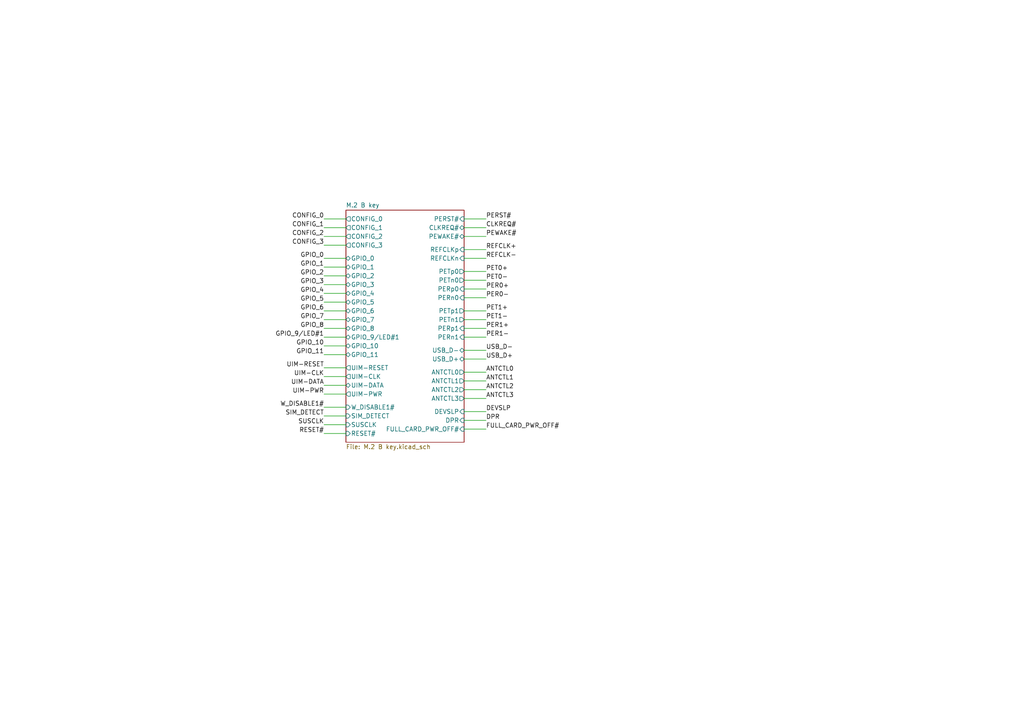
<source format=kicad_sch>
(kicad_sch
	(version 20250114)
	(generator "eeschema")
	(generator_version "9.0")
	(uuid "72e46cf5-fa8f-429b-b3f1-7c7e676a7a33")
	(paper "A4")
	(lib_symbols)
	(wire
		(pts
			(xy 93.98 111.76) (xy 100.33 111.76)
		)
		(stroke
			(width 0)
			(type default)
		)
		(uuid "07b31975-060f-4d26-9d25-4d4e08535b83")
	)
	(wire
		(pts
			(xy 93.98 71.12) (xy 100.33 71.12)
		)
		(stroke
			(width 0)
			(type default)
		)
		(uuid "0c4826db-87ef-4063-b9f8-53be2a874e65")
	)
	(wire
		(pts
			(xy 134.62 113.03) (xy 140.97 113.03)
		)
		(stroke
			(width 0)
			(type default)
		)
		(uuid "14f0db6a-c64c-42ef-b722-2157152f7d0a")
	)
	(wire
		(pts
			(xy 134.62 95.25) (xy 140.97 95.25)
		)
		(stroke
			(width 0)
			(type default)
		)
		(uuid "19b2ba00-2919-46f2-9d1d-4b6bb859e9f3")
	)
	(wire
		(pts
			(xy 93.98 109.22) (xy 100.33 109.22)
		)
		(stroke
			(width 0)
			(type default)
		)
		(uuid "1cbc85c4-cca8-4f53-90e7-83f2a9a74e59")
	)
	(wire
		(pts
			(xy 134.62 83.82) (xy 140.97 83.82)
		)
		(stroke
			(width 0)
			(type default)
		)
		(uuid "2a324c6e-b9c4-49ee-a94c-89e754648948")
	)
	(wire
		(pts
			(xy 134.62 119.38) (xy 140.97 119.38)
		)
		(stroke
			(width 0)
			(type default)
		)
		(uuid "2d2dd899-8d58-4273-bd4d-91f8ee2eda27")
	)
	(wire
		(pts
			(xy 93.98 80.01) (xy 100.33 80.01)
		)
		(stroke
			(width 0)
			(type default)
		)
		(uuid "31fe8e74-cc2a-4627-8370-9b01572c6909")
	)
	(wire
		(pts
			(xy 93.98 87.63) (xy 100.33 87.63)
		)
		(stroke
			(width 0)
			(type default)
		)
		(uuid "41300d5e-9e28-4cea-95d2-c530039a7ec1")
	)
	(wire
		(pts
			(xy 93.98 90.17) (xy 100.33 90.17)
		)
		(stroke
			(width 0)
			(type default)
		)
		(uuid "4a8de613-581a-4be3-abc4-50d41a414bc9")
	)
	(wire
		(pts
			(xy 93.98 100.33) (xy 100.33 100.33)
		)
		(stroke
			(width 0)
			(type default)
		)
		(uuid "4c844b3d-00c8-431a-90a3-7587b1ebd3ac")
	)
	(wire
		(pts
			(xy 134.62 104.14) (xy 140.97 104.14)
		)
		(stroke
			(width 0)
			(type default)
		)
		(uuid "4f392587-8fd8-47db-a17b-f1b91b864d98")
	)
	(wire
		(pts
			(xy 134.62 81.28) (xy 140.97 81.28)
		)
		(stroke
			(width 0)
			(type default)
		)
		(uuid "507f3fc4-b182-437a-b488-7ddb33ac8f19")
	)
	(wire
		(pts
			(xy 134.62 90.17) (xy 140.97 90.17)
		)
		(stroke
			(width 0)
			(type default)
		)
		(uuid "59a75bf8-a740-4e00-b119-e84b44025c24")
	)
	(wire
		(pts
			(xy 134.62 101.6) (xy 140.97 101.6)
		)
		(stroke
			(width 0)
			(type default)
		)
		(uuid "5f60be71-a9ac-4e68-9794-576e0b92d172")
	)
	(wire
		(pts
			(xy 93.98 118.11) (xy 100.33 118.11)
		)
		(stroke
			(width 0)
			(type default)
		)
		(uuid "64c9eb3c-7684-47a9-a6fe-dbe596804305")
	)
	(wire
		(pts
			(xy 93.98 63.5) (xy 100.33 63.5)
		)
		(stroke
			(width 0)
			(type default)
		)
		(uuid "677753b7-0137-4c53-a199-2dc912b2bc19")
	)
	(wire
		(pts
			(xy 93.98 82.55) (xy 100.33 82.55)
		)
		(stroke
			(width 0)
			(type default)
		)
		(uuid "6be06e9b-cb47-489d-9621-67783411d610")
	)
	(wire
		(pts
			(xy 134.62 92.71) (xy 140.97 92.71)
		)
		(stroke
			(width 0)
			(type default)
		)
		(uuid "70346ca5-4736-4d27-8d53-d4576b55d305")
	)
	(wire
		(pts
			(xy 134.62 74.93) (xy 140.97 74.93)
		)
		(stroke
			(width 0)
			(type default)
		)
		(uuid "71e6f60e-3316-4a9a-9ffd-d95e021937cd")
	)
	(wire
		(pts
			(xy 93.98 66.04) (xy 100.33 66.04)
		)
		(stroke
			(width 0)
			(type default)
		)
		(uuid "772d3831-0811-4107-b3de-c41da050fadb")
	)
	(wire
		(pts
			(xy 93.98 92.71) (xy 100.33 92.71)
		)
		(stroke
			(width 0)
			(type default)
		)
		(uuid "7799b210-a953-4235-94bc-31441ed3691b")
	)
	(wire
		(pts
			(xy 93.98 74.93) (xy 100.33 74.93)
		)
		(stroke
			(width 0)
			(type default)
		)
		(uuid "7dd38077-87ed-4ba7-b727-e8a18e2130f4")
	)
	(wire
		(pts
			(xy 93.98 68.58) (xy 100.33 68.58)
		)
		(stroke
			(width 0)
			(type default)
		)
		(uuid "8d6ab590-e207-410a-85d2-946623a12b48")
	)
	(wire
		(pts
			(xy 93.98 114.3) (xy 100.33 114.3)
		)
		(stroke
			(width 0)
			(type default)
		)
		(uuid "8fda693b-30d0-4442-83ad-79916e910d24")
	)
	(wire
		(pts
			(xy 93.98 120.65) (xy 100.33 120.65)
		)
		(stroke
			(width 0)
			(type default)
		)
		(uuid "91bd15cb-50f1-46d0-a1da-7ef1fc4737f9")
	)
	(wire
		(pts
			(xy 134.62 63.5) (xy 140.97 63.5)
		)
		(stroke
			(width 0)
			(type default)
		)
		(uuid "a56db212-0539-40fe-9695-f7eda9332a52")
	)
	(wire
		(pts
			(xy 134.62 124.46) (xy 140.97 124.46)
		)
		(stroke
			(width 0)
			(type default)
		)
		(uuid "a6bdf6db-f762-4245-9f0a-32e14b7eaeca")
	)
	(wire
		(pts
			(xy 93.98 106.68) (xy 100.33 106.68)
		)
		(stroke
			(width 0)
			(type default)
		)
		(uuid "b06c47f8-21cf-4e16-9d40-9ffdd1b3756f")
	)
	(wire
		(pts
			(xy 93.98 85.09) (xy 100.33 85.09)
		)
		(stroke
			(width 0)
			(type default)
		)
		(uuid "b46bf4fb-a0ec-4577-8640-313b0b90e3fe")
	)
	(wire
		(pts
			(xy 134.62 107.95) (xy 140.97 107.95)
		)
		(stroke
			(width 0)
			(type default)
		)
		(uuid "b6a18fc0-e065-443b-a953-f7342d1d7a9f")
	)
	(wire
		(pts
			(xy 93.98 125.73) (xy 100.33 125.73)
		)
		(stroke
			(width 0)
			(type default)
		)
		(uuid "bf10bed8-9cf8-4796-b5f4-c65736520bf7")
	)
	(wire
		(pts
			(xy 134.62 72.39) (xy 140.97 72.39)
		)
		(stroke
			(width 0)
			(type default)
		)
		(uuid "c06ee94b-bc89-4abc-8cbd-bf83dcf4d210")
	)
	(wire
		(pts
			(xy 134.62 97.79) (xy 140.97 97.79)
		)
		(stroke
			(width 0)
			(type default)
		)
		(uuid "c1a1ce4c-5f22-4379-b39d-7c776b146c38")
	)
	(wire
		(pts
			(xy 93.98 77.47) (xy 100.33 77.47)
		)
		(stroke
			(width 0)
			(type default)
		)
		(uuid "c2e434a0-28f7-448c-9c77-4c2a1f02984f")
	)
	(wire
		(pts
			(xy 93.98 97.79) (xy 100.33 97.79)
		)
		(stroke
			(width 0)
			(type default)
		)
		(uuid "c7c9b6ba-20d9-43f2-b3a9-1532c3386e1e")
	)
	(wire
		(pts
			(xy 134.62 86.36) (xy 140.97 86.36)
		)
		(stroke
			(width 0)
			(type default)
		)
		(uuid "c86bdf51-138f-4af6-807a-0a3f75c81df1")
	)
	(wire
		(pts
			(xy 134.62 115.57) (xy 140.97 115.57)
		)
		(stroke
			(width 0)
			(type default)
		)
		(uuid "cb9fa2bb-fd83-40ae-84fb-63f27c2eca39")
	)
	(wire
		(pts
			(xy 134.62 78.74) (xy 140.97 78.74)
		)
		(stroke
			(width 0)
			(type default)
		)
		(uuid "cfe88cb5-9149-4587-88fb-488f05437468")
	)
	(wire
		(pts
			(xy 134.62 66.04) (xy 140.97 66.04)
		)
		(stroke
			(width 0)
			(type default)
		)
		(uuid "e292202b-5206-404f-a9ec-2ce187eb5209")
	)
	(wire
		(pts
			(xy 134.62 121.92) (xy 140.97 121.92)
		)
		(stroke
			(width 0)
			(type default)
		)
		(uuid "e6556f2f-70cb-4fb1-8cd7-1dd41484e817")
	)
	(wire
		(pts
			(xy 93.98 95.25) (xy 100.33 95.25)
		)
		(stroke
			(width 0)
			(type default)
		)
		(uuid "ec2ec111-366d-44dc-8e04-803dc2e2054e")
	)
	(wire
		(pts
			(xy 134.62 110.49) (xy 140.97 110.49)
		)
		(stroke
			(width 0)
			(type default)
		)
		(uuid "f5720560-8b47-458d-87d3-ce645361f52c")
	)
	(wire
		(pts
			(xy 93.98 102.87) (xy 100.33 102.87)
		)
		(stroke
			(width 0)
			(type default)
		)
		(uuid "fe7f6071-6032-4494-ad3d-5a08c1790d91")
	)
	(wire
		(pts
			(xy 93.98 123.19) (xy 100.33 123.19)
		)
		(stroke
			(width 0)
			(type default)
		)
		(uuid "ff4caf18-d8f4-4177-9f31-755fb5f252a4")
	)
	(wire
		(pts
			(xy 134.62 68.58) (xy 140.97 68.58)
		)
		(stroke
			(width 0)
			(type default)
		)
		(uuid "ff89f368-cdc5-4f91-bdb6-8ad6d6cc6cde")
	)
	(label "PERST#"
		(at 140.97 63.5 0)
		(effects
			(font
				(size 1.27 1.27)
			)
			(justify left bottom)
		)
		(uuid "1e665baf-6ab8-4b1c-810e-1a62efecf58c")
	)
	(label "USB_D+"
		(at 140.97 104.14 0)
		(effects
			(font
				(size 1.27 1.27)
			)
			(justify left bottom)
		)
		(uuid "20b4d0d8-680c-4622-bf40-7ffd858b40d0")
	)
	(label "UIM-DATA"
		(at 93.98 111.76 180)
		(effects
			(font
				(size 1.27 1.27)
			)
			(justify right bottom)
		)
		(uuid "27f75398-d1fa-4e1a-b2d8-ddbbeb95a2a7")
	)
	(label "CONFIG_0"
		(at 93.98 63.5 180)
		(effects
			(font
				(size 1.27 1.27)
			)
			(justify right bottom)
		)
		(uuid "2f4515a8-37cf-4f73-8fb0-c5d511b43a44")
	)
	(label "GPIO_2"
		(at 93.98 80.01 180)
		(effects
			(font
				(size 1.27 1.27)
			)
			(justify right bottom)
		)
		(uuid "3d19c488-3aff-4fc5-895e-6eaac712de15")
	)
	(label "ANTCTL3"
		(at 140.97 115.57 0)
		(effects
			(font
				(size 1.27 1.27)
			)
			(justify left bottom)
		)
		(uuid "3f6f94ad-3617-475f-93e9-cc7a18a3cb75")
	)
	(label "UIM-PWR"
		(at 93.98 114.3 180)
		(effects
			(font
				(size 1.27 1.27)
			)
			(justify right bottom)
		)
		(uuid "436041fa-24b6-4c05-b9d7-d08afe7e8368")
	)
	(label "PER0-"
		(at 140.97 86.36 0)
		(effects
			(font
				(size 1.27 1.27)
			)
			(justify left bottom)
		)
		(uuid "48d41f87-f5e7-4e0e-b0ec-60fcd45d0ebe")
	)
	(label "PET1-"
		(at 140.97 92.71 0)
		(effects
			(font
				(size 1.27 1.27)
			)
			(justify left bottom)
		)
		(uuid "4b881706-2674-4bfb-9101-557b4622be75")
	)
	(label "PET1+"
		(at 140.97 90.17 0)
		(effects
			(font
				(size 1.27 1.27)
			)
			(justify left bottom)
		)
		(uuid "4ccc7212-4a25-4fa0-8f10-f77f4d16016a")
	)
	(label "GPIO_7"
		(at 93.98 92.71 180)
		(effects
			(font
				(size 1.27 1.27)
			)
			(justify right bottom)
		)
		(uuid "541b7692-9d5f-46a1-b002-0a7164929b76")
	)
	(label "GPIO_0"
		(at 93.98 74.93 180)
		(effects
			(font
				(size 1.27 1.27)
			)
			(justify right bottom)
		)
		(uuid "55dbccf5-ea84-45b2-920d-5187b75e2a2a")
	)
	(label "CONFIG_2"
		(at 93.98 68.58 180)
		(effects
			(font
				(size 1.27 1.27)
			)
			(justify right bottom)
		)
		(uuid "582b7405-914b-4a0d-aa91-f121288cd406")
	)
	(label "USB_D-"
		(at 140.97 101.6 0)
		(effects
			(font
				(size 1.27 1.27)
			)
			(justify left bottom)
		)
		(uuid "655305a4-0496-4970-9d0c-7d57c3d178c1")
	)
	(label "ANTCTL1"
		(at 140.97 110.49 0)
		(effects
			(font
				(size 1.27 1.27)
			)
			(justify left bottom)
		)
		(uuid "66efb7c0-234d-48d5-a326-fa7badc7bb56")
	)
	(label "DEVSLP"
		(at 140.97 119.38 0)
		(effects
			(font
				(size 1.27 1.27)
			)
			(justify left bottom)
		)
		(uuid "6884dd95-2047-4b86-b993-0d80cbdc0a1c")
	)
	(label "PER1-"
		(at 140.97 97.79 0)
		(effects
			(font
				(size 1.27 1.27)
			)
			(justify left bottom)
		)
		(uuid "6f0738ba-a31b-4e68-b027-97dbf7ec7c86")
	)
	(label "GPIO_5"
		(at 93.98 87.63 180)
		(effects
			(font
				(size 1.27 1.27)
			)
			(justify right bottom)
		)
		(uuid "86f816cb-2c78-4399-b634-849294c9535b")
	)
	(label "REFCLK+"
		(at 140.97 72.39 0)
		(effects
			(font
				(size 1.27 1.27)
			)
			(justify left bottom)
		)
		(uuid "8a886843-2a24-4df3-a4c9-810336979ffc")
	)
	(label "PER0+"
		(at 140.97 83.82 0)
		(effects
			(font
				(size 1.27 1.27)
			)
			(justify left bottom)
		)
		(uuid "90327c0d-f99e-4091-9116-415abf001bc2")
	)
	(label "CONFIG_1"
		(at 93.98 66.04 180)
		(effects
			(font
				(size 1.27 1.27)
			)
			(justify right bottom)
		)
		(uuid "91d4ed16-d3ce-45ac-bca1-ad0fb527afd7")
	)
	(label "DPR"
		(at 140.97 121.92 0)
		(effects
			(font
				(size 1.27 1.27)
			)
			(justify left bottom)
		)
		(uuid "97a96722-5608-4b6e-9ae8-e14ce35fc315")
	)
	(label "GPIO_10"
		(at 93.98 100.33 180)
		(effects
			(font
				(size 1.27 1.27)
			)
			(justify right bottom)
		)
		(uuid "98fc3516-094b-44b8-8b0e-d952c907da51")
	)
	(label "GPIO_3"
		(at 93.98 82.55 180)
		(effects
			(font
				(size 1.27 1.27)
			)
			(justify right bottom)
		)
		(uuid "9a6af88f-ec1c-44dd-8fba-61376c7808eb")
	)
	(label "REFCLK-"
		(at 140.97 74.93 0)
		(effects
			(font
				(size 1.27 1.27)
			)
			(justify left bottom)
		)
		(uuid "a04d429d-310b-4ab1-9fe1-1fca1735ab07")
	)
	(label "UIM-CLK"
		(at 93.98 109.22 180)
		(effects
			(font
				(size 1.27 1.27)
			)
			(justify right bottom)
		)
		(uuid "a1029590-a5c9-4f0e-a5a2-ec255ffc337c")
	)
	(label "CONFIG_3"
		(at 93.98 71.12 180)
		(effects
			(font
				(size 1.27 1.27)
			)
			(justify right bottom)
		)
		(uuid "a2f9ae81-a81f-4e1c-b645-bd5b3d4ca121")
	)
	(label "PER1+"
		(at 140.97 95.25 0)
		(effects
			(font
				(size 1.27 1.27)
			)
			(justify left bottom)
		)
		(uuid "a7d0400d-4f6e-48b3-8691-05b4c6d44bc8")
	)
	(label "GPIO_1"
		(at 93.98 77.47 180)
		(effects
			(font
				(size 1.27 1.27)
			)
			(justify right bottom)
		)
		(uuid "aa71ea39-e3a2-4030-9e9c-a79dbbb03d19")
	)
	(label "W_DISABLE1#"
		(at 93.98 118.11 180)
		(effects
			(font
				(size 1.27 1.27)
			)
			(justify right bottom)
		)
		(uuid "af213d5f-0eb3-47a5-bebd-2d3adc66ade3")
	)
	(label "PEWAKE#"
		(at 140.97 68.58 0)
		(effects
			(font
				(size 1.27 1.27)
			)
			(justify left bottom)
		)
		(uuid "b0344f9a-82df-48de-8898-9cfc696b6986")
	)
	(label "GPIO_9{slash}LED#1"
		(at 93.98 97.79 180)
		(effects
			(font
				(size 1.27 1.27)
			)
			(justify right bottom)
		)
		(uuid "bc53adab-4867-448c-94e8-5553c94b58a7")
	)
	(label "SIM_DETECT"
		(at 93.98 120.65 180)
		(effects
			(font
				(size 1.27 1.27)
			)
			(justify right bottom)
		)
		(uuid "bf2a0e28-0dc0-4e9f-a10c-1d5926951988")
	)
	(label "GPIO_8"
		(at 93.98 95.25 180)
		(effects
			(font
				(size 1.27 1.27)
			)
			(justify right bottom)
		)
		(uuid "c16a09e4-7c0e-4e95-b1f4-db75c0d505fe")
	)
	(label "RESET#"
		(at 93.98 125.73 180)
		(effects
			(font
				(size 1.27 1.27)
			)
			(justify right bottom)
		)
		(uuid "c68ea349-0ac6-441c-8465-282d18c420ce")
	)
	(label "ANTCTL2"
		(at 140.97 113.03 0)
		(effects
			(font
				(size 1.27 1.27)
			)
			(justify left bottom)
		)
		(uuid "c7519e99-4a1d-4c23-93a9-bb273b28f322")
	)
	(label "GPIO_6"
		(at 93.98 90.17 180)
		(effects
			(font
				(size 1.27 1.27)
			)
			(justify right bottom)
		)
		(uuid "cc911340-0816-4387-8568-00b06fa9e9e2")
	)
	(label "CLKREQ#"
		(at 140.97 66.04 0)
		(effects
			(font
				(size 1.27 1.27)
			)
			(justify left bottom)
		)
		(uuid "cd6ff3ae-68b7-4be6-b5e8-e0b4cc723b1d")
	)
	(label "SUSCLK"
		(at 93.98 123.19 180)
		(effects
			(font
				(size 1.27 1.27)
			)
			(justify right bottom)
		)
		(uuid "ce2f4c64-1ca9-4351-ac23-30cb2bb499d0")
	)
	(label "FULL_CARD_PWR_OFF#"
		(at 140.97 124.46 0)
		(effects
			(font
				(size 1.27 1.27)
			)
			(justify left bottom)
		)
		(uuid "cff0add5-b3d3-42fb-99f2-393ffc2fcb10")
	)
	(label "GPIO_11"
		(at 93.98 102.87 180)
		(effects
			(font
				(size 1.27 1.27)
			)
			(justify right bottom)
		)
		(uuid "df36c5d2-d362-4e2c-b114-fb1f128e4016")
	)
	(label "PET0-"
		(at 140.97 81.28 0)
		(effects
			(font
				(size 1.27 1.27)
			)
			(justify left bottom)
		)
		(uuid "e1fd0c26-0189-4a89-8e89-b865ef9627cc")
	)
	(label "GPIO_4"
		(at 93.98 85.09 180)
		(effects
			(font
				(size 1.27 1.27)
			)
			(justify right bottom)
		)
		(uuid "efd3fe2b-d27d-4867-8f13-6efaf4f8fbc9")
	)
	(label "ANTCTL0"
		(at 140.97 107.95 0)
		(effects
			(font
				(size 1.27 1.27)
			)
			(justify left bottom)
		)
		(uuid "f2e2fa53-f3a6-4be3-b72d-e1a55971f291")
	)
	(label "PET0+"
		(at 140.97 78.74 0)
		(effects
			(font
				(size 1.27 1.27)
			)
			(justify left bottom)
		)
		(uuid "f56a1000-a923-4509-98d8-18801ddf6541")
	)
	(label "UIM-RESET"
		(at 93.98 106.68 180)
		(effects
			(font
				(size 1.27 1.27)
			)
			(justify right bottom)
		)
		(uuid "faf70025-c08f-4757-95c5-a5c48810b75e")
	)
	(sheet
		(at 100.33 60.96)
		(size 34.29 67.31)
		(exclude_from_sim no)
		(in_bom yes)
		(on_board yes)
		(dnp no)
		(fields_autoplaced yes)
		(stroke
			(width 0.1524)
			(type solid)
		)
		(fill
			(color 0 0 0 0.0000)
		)
		(uuid "0969ec6b-1c7c-455a-814c-a5eaca6dd691")
		(property "Sheetname" "M.2 B key"
			(at 100.33 60.2484 0)
			(effects
				(font
					(size 1.27 1.27)
				)
				(justify left bottom)
			)
		)
		(property "Sheetfile" "M.2 B key.kicad_sch"
			(at 100.33 128.8546 0)
			(effects
				(font
					(size 1.27 1.27)
				)
				(justify left top)
			)
		)
		(pin "CONFIG_1" output
			(at 100.33 66.04 180)
			(uuid "8297bbf2-f119-4f83-a622-6580296765ca")
			(effects
				(font
					(size 1.27 1.27)
				)
				(justify left)
			)
		)
		(pin "CONFIG_3" output
			(at 100.33 71.12 180)
			(uuid "7a9b978c-600d-473c-b472-5ab94182cb6a")
			(effects
				(font
					(size 1.27 1.27)
				)
				(justify left)
			)
		)
		(pin "CONFIG_0" output
			(at 100.33 63.5 180)
			(uuid "febde534-3137-442a-a04c-b3fd7dae82f2")
			(effects
				(font
					(size 1.27 1.27)
				)
				(justify left)
			)
		)
		(pin "CONFIG_2" output
			(at 100.33 68.58 180)
			(uuid "538692ab-ced4-44e1-90d7-6adf9f7852c6")
			(effects
				(font
					(size 1.27 1.27)
				)
				(justify left)
			)
		)
		(pin "GPIO_5" bidirectional
			(at 100.33 87.63 180)
			(uuid "1aa2ae46-f6d4-4ed9-9a7f-01f241815399")
			(effects
				(font
					(size 1.27 1.27)
				)
				(justify left)
			)
		)
		(pin "GPIO_9/LED#1" bidirectional
			(at 100.33 97.79 180)
			(uuid "4a5da614-5493-466f-9625-80bfbbb93da7")
			(effects
				(font
					(size 1.27 1.27)
				)
				(justify left)
			)
		)
		(pin "GPIO_6" bidirectional
			(at 100.33 90.17 180)
			(uuid "936cece8-5779-47ff-82e0-cdcfd4536df8")
			(effects
				(font
					(size 1.27 1.27)
				)
				(justify left)
			)
		)
		(pin "GPIO_4" bidirectional
			(at 100.33 85.09 180)
			(uuid "814d19dd-c323-4dd1-9a72-f5bdcbc472ef")
			(effects
				(font
					(size 1.27 1.27)
				)
				(justify left)
			)
		)
		(pin "GPIO_3" bidirectional
			(at 100.33 82.55 180)
			(uuid "1c397e19-a1ce-4ffb-9317-3d4f186dbc2e")
			(effects
				(font
					(size 1.27 1.27)
				)
				(justify left)
			)
		)
		(pin "GPIO_2" bidirectional
			(at 100.33 80.01 180)
			(uuid "c969a87f-9c3f-4c54-9a22-4993f99002cf")
			(effects
				(font
					(size 1.27 1.27)
				)
				(justify left)
			)
		)
		(pin "GPIO_11" bidirectional
			(at 100.33 102.87 180)
			(uuid "ab2dcd8b-8462-447c-bee5-32aa3f1744c7")
			(effects
				(font
					(size 1.27 1.27)
				)
				(justify left)
			)
		)
		(pin "GPIO_10" bidirectional
			(at 100.33 100.33 180)
			(uuid "50d762bc-5aa2-4b12-9918-927532cfc53e")
			(effects
				(font
					(size 1.27 1.27)
				)
				(justify left)
			)
		)
		(pin "GPIO_7" bidirectional
			(at 100.33 92.71 180)
			(uuid "0d1cbc52-6054-480e-9c9e-ada05373c504")
			(effects
				(font
					(size 1.27 1.27)
				)
				(justify left)
			)
		)
		(pin "GPIO_8" bidirectional
			(at 100.33 95.25 180)
			(uuid "e2892725-6091-49f1-8524-4ad5cf650ec9")
			(effects
				(font
					(size 1.27 1.27)
				)
				(justify left)
			)
		)
		(pin "GPIO_1" bidirectional
			(at 100.33 77.47 180)
			(uuid "e884b047-5e78-46a0-95f6-629e0d971a66")
			(effects
				(font
					(size 1.27 1.27)
				)
				(justify left)
			)
		)
		(pin "GPIO_0" bidirectional
			(at 100.33 74.93 180)
			(uuid "87a5f995-d8fb-4c36-97b0-32de91922bc6")
			(effects
				(font
					(size 1.27 1.27)
				)
				(justify left)
			)
		)
		(pin "UIM-RESET" output
			(at 100.33 106.68 180)
			(uuid "0579d5a2-84cc-4094-9ff3-373971686183")
			(effects
				(font
					(size 1.27 1.27)
				)
				(justify left)
			)
		)
		(pin "UIM-CLK" output
			(at 100.33 109.22 180)
			(uuid "f4424607-baa2-43bd-86ed-9eb2cffd24d9")
			(effects
				(font
					(size 1.27 1.27)
				)
				(justify left)
			)
		)
		(pin "UIM-DATA" bidirectional
			(at 100.33 111.76 180)
			(uuid "975f68d4-9a6a-4fa4-9c8c-939458deed0e")
			(effects
				(font
					(size 1.27 1.27)
				)
				(justify left)
			)
		)
		(pin "UIM-PWR" output
			(at 100.33 114.3 180)
			(uuid "cf540c4c-4d0b-4fde-af87-81ee25334115")
			(effects
				(font
					(size 1.27 1.27)
				)
				(justify left)
			)
		)
		(pin "PERST#" input
			(at 134.62 63.5 0)
			(uuid "967ed072-2220-40a3-a1dc-cd13c6954260")
			(effects
				(font
					(size 1.27 1.27)
				)
				(justify right)
			)
		)
		(pin "PEWAKE#" bidirectional
			(at 134.62 68.58 0)
			(uuid "e73d46ad-8b42-43f0-b059-bafe46e52a41")
			(effects
				(font
					(size 1.27 1.27)
				)
				(justify right)
			)
		)
		(pin "CLKREQ#" bidirectional
			(at 134.62 66.04 0)
			(uuid "705c1b3a-0299-4310-86a0-38c71b655316")
			(effects
				(font
					(size 1.27 1.27)
				)
				(justify right)
			)
		)
		(pin "REFCLKp" input
			(at 134.62 72.39 0)
			(uuid "d779372f-2483-41bb-ae08-aca11000e1d6")
			(effects
				(font
					(size 1.27 1.27)
				)
				(justify right)
			)
		)
		(pin "REFCLKn" input
			(at 134.62 74.93 0)
			(uuid "7ec6abfa-69b0-4598-b674-51fd89bb590d")
			(effects
				(font
					(size 1.27 1.27)
				)
				(justify right)
			)
		)
		(pin "PETp0" output
			(at 134.62 78.74 0)
			(uuid "27e5074b-bab8-4c0a-9689-998ae5259d26")
			(effects
				(font
					(size 1.27 1.27)
				)
				(justify right)
			)
		)
		(pin "PETn0" output
			(at 134.62 81.28 0)
			(uuid "34eae788-70bc-4af1-a407-ed322309319d")
			(effects
				(font
					(size 1.27 1.27)
				)
				(justify right)
			)
		)
		(pin "PERn0" input
			(at 134.62 86.36 0)
			(uuid "28d1e933-1774-495c-964c-d037f224e2af")
			(effects
				(font
					(size 1.27 1.27)
				)
				(justify right)
			)
		)
		(pin "PERp0" input
			(at 134.62 83.82 0)
			(uuid "0604e715-33ed-45e1-bdd8-5d61b07ee1a8")
			(effects
				(font
					(size 1.27 1.27)
				)
				(justify right)
			)
		)
		(pin "PETp1" output
			(at 134.62 90.17 0)
			(uuid "0b5a180c-ddd1-48bf-b92f-a50cd7320f9d")
			(effects
				(font
					(size 1.27 1.27)
				)
				(justify right)
			)
		)
		(pin "PETn1" output
			(at 134.62 92.71 0)
			(uuid "e876658f-fb24-41c3-85f1-078c9f22d3f0")
			(effects
				(font
					(size 1.27 1.27)
				)
				(justify right)
			)
		)
		(pin "PERn1" input
			(at 134.62 97.79 0)
			(uuid "5b557d12-a60b-4583-b40c-e3d780237dde")
			(effects
				(font
					(size 1.27 1.27)
				)
				(justify right)
			)
		)
		(pin "PERp1" input
			(at 134.62 95.25 0)
			(uuid "0f6fb969-fe4c-4fd3-854d-8d00ad6131ff")
			(effects
				(font
					(size 1.27 1.27)
				)
				(justify right)
			)
		)
		(pin "USB_D-" bidirectional
			(at 134.62 101.6 0)
			(uuid "90cd9c71-00ce-436e-bbc9-eba884842521")
			(effects
				(font
					(size 1.27 1.27)
				)
				(justify right)
			)
		)
		(pin "USB_D+" bidirectional
			(at 134.62 104.14 0)
			(uuid "d47ee050-ff2f-4be9-8819-4c07091a6507")
			(effects
				(font
					(size 1.27 1.27)
				)
				(justify right)
			)
		)
		(pin "ANTCTL0" output
			(at 134.62 107.95 0)
			(uuid "b75452a1-aff5-4924-b0c8-d5cfe8368c72")
			(effects
				(font
					(size 1.27 1.27)
				)
				(justify right)
			)
		)
		(pin "ANTCTL3" output
			(at 134.62 115.57 0)
			(uuid "14b57150-e94c-4bd3-92ba-0282adefccbb")
			(effects
				(font
					(size 1.27 1.27)
				)
				(justify right)
			)
		)
		(pin "ANTCTL1" output
			(at 134.62 110.49 0)
			(uuid "dac1f9f3-d040-49b2-aba6-a7416183a842")
			(effects
				(font
					(size 1.27 1.27)
				)
				(justify right)
			)
		)
		(pin "ANTCTL2" output
			(at 134.62 113.03 0)
			(uuid "8bc6943f-42a0-4c31-8940-9ac8c50b1a01")
			(effects
				(font
					(size 1.27 1.27)
				)
				(justify right)
			)
		)
		(pin "W_DISABLE1#" input
			(at 100.33 118.11 180)
			(uuid "370e8cef-a646-4ccf-b14d-c65489ac02c0")
			(effects
				(font
					(size 1.27 1.27)
				)
				(justify left)
			)
		)
		(pin "SIM_DETECT" input
			(at 100.33 120.65 180)
			(uuid "2f142451-909a-4c3c-8457-754437d42101")
			(effects
				(font
					(size 1.27 1.27)
				)
				(justify left)
			)
		)
		(pin "RESET#" input
			(at 100.33 125.73 180)
			(uuid "943b013d-241f-4e90-8590-a48b57d1c9ef")
			(effects
				(font
					(size 1.27 1.27)
				)
				(justify left)
			)
		)
		(pin "DEVSLP" input
			(at 134.62 119.38 0)
			(uuid "090d46a1-9b91-4bed-b50f-c9140119ef86")
			(effects
				(font
					(size 1.27 1.27)
				)
				(justify right)
			)
		)
		(pin "FULL_CARD_PWR_OFF#" input
			(at 134.62 124.46 0)
			(uuid "71aaeb95-6133-450c-9ada-ccf125301d55")
			(effects
				(font
					(size 1.27 1.27)
				)
				(justify right)
			)
		)
		(pin "DPR" input
			(at 134.62 121.92 0)
			(uuid "403c8aba-8cd9-4950-9959-f3831e002382")
			(effects
				(font
					(size 1.27 1.27)
				)
				(justify right)
			)
		)
		(pin "SUSCLK" input
			(at 100.33 123.19 180)
			(uuid "054cb2cc-7bb8-479a-a1e8-5540bbe5b362")
			(effects
				(font
					(size 1.27 1.27)
				)
				(justify left)
			)
		)
		(instances
			(project "M.2 B Key 3030"
				(path "/72e46cf5-fa8f-429b-b3f1-7c7e676a7a33"
					(page "2")
				)
			)
		)
	)
	(sheet_instances
		(path "/"
			(page "1")
		)
	)
	(embedded_fonts no)
)

</source>
